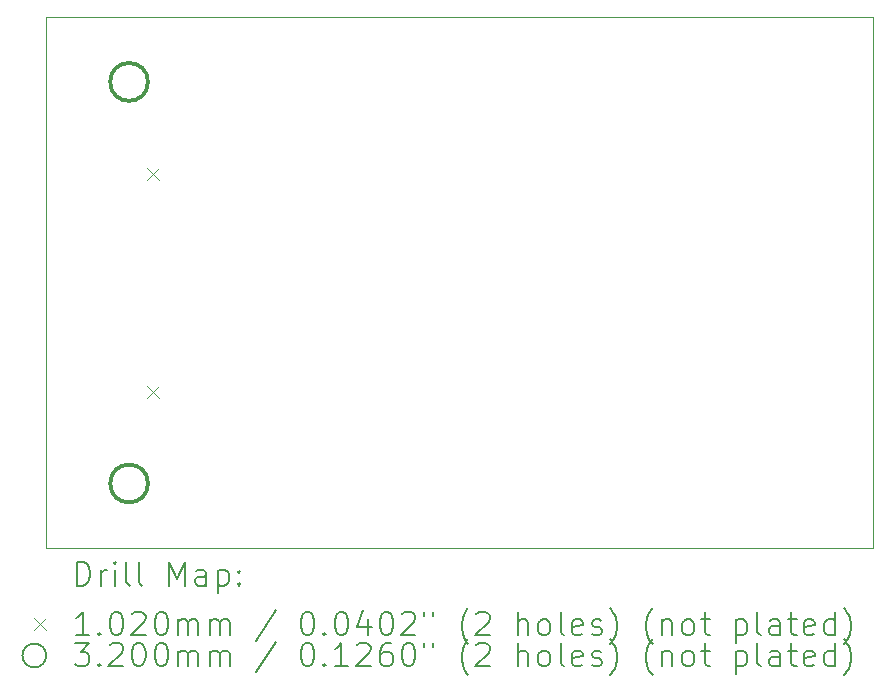
<source format=gbr>
%TF.GenerationSoftware,KiCad,Pcbnew,8.0.4*%
%TF.CreationDate,2025-07-14T14:53:05+02:00*%
%TF.ProjectId,syzygy_gpx2_2_1,73797a79-6779-45f6-9770-78325f325f31,rev?*%
%TF.SameCoordinates,Original*%
%TF.FileFunction,Drillmap*%
%TF.FilePolarity,Positive*%
%FSLAX45Y45*%
G04 Gerber Fmt 4.5, Leading zero omitted, Abs format (unit mm)*
G04 Created by KiCad (PCBNEW 8.0.4) date 2025-07-14 14:53:05*
%MOMM*%
%LPD*%
G01*
G04 APERTURE LIST*
%ADD10C,0.050000*%
%ADD11C,0.200000*%
%ADD12C,0.102000*%
%ADD13C,0.320000*%
G04 APERTURE END LIST*
D10*
X11438200Y-7699500D02*
X18438200Y-7699500D01*
X18438200Y-12199500D01*
X11438200Y-12199500D01*
X11438200Y-7699500D01*
D11*
D12*
X12291200Y-8974500D02*
X12393200Y-9076500D01*
X12393200Y-8974500D02*
X12291200Y-9076500D01*
X12291200Y-10822500D02*
X12393200Y-10924500D01*
X12393200Y-10822500D02*
X12291200Y-10924500D01*
D13*
X12298200Y-8249500D02*
G75*
G02*
X11978200Y-8249500I-160000J0D01*
G01*
X11978200Y-8249500D02*
G75*
G02*
X12298200Y-8249500I160000J0D01*
G01*
X12298200Y-11649500D02*
G75*
G02*
X11978200Y-11649500I-160000J0D01*
G01*
X11978200Y-11649500D02*
G75*
G02*
X12298200Y-11649500I160000J0D01*
G01*
D11*
X11696477Y-12513484D02*
X11696477Y-12313484D01*
X11696477Y-12313484D02*
X11744096Y-12313484D01*
X11744096Y-12313484D02*
X11772667Y-12323008D01*
X11772667Y-12323008D02*
X11791715Y-12342055D01*
X11791715Y-12342055D02*
X11801239Y-12361103D01*
X11801239Y-12361103D02*
X11810762Y-12399198D01*
X11810762Y-12399198D02*
X11810762Y-12427769D01*
X11810762Y-12427769D02*
X11801239Y-12465865D01*
X11801239Y-12465865D02*
X11791715Y-12484912D01*
X11791715Y-12484912D02*
X11772667Y-12503960D01*
X11772667Y-12503960D02*
X11744096Y-12513484D01*
X11744096Y-12513484D02*
X11696477Y-12513484D01*
X11896477Y-12513484D02*
X11896477Y-12380150D01*
X11896477Y-12418246D02*
X11906001Y-12399198D01*
X11906001Y-12399198D02*
X11915524Y-12389674D01*
X11915524Y-12389674D02*
X11934572Y-12380150D01*
X11934572Y-12380150D02*
X11953620Y-12380150D01*
X12020286Y-12513484D02*
X12020286Y-12380150D01*
X12020286Y-12313484D02*
X12010762Y-12323008D01*
X12010762Y-12323008D02*
X12020286Y-12332531D01*
X12020286Y-12332531D02*
X12029810Y-12323008D01*
X12029810Y-12323008D02*
X12020286Y-12313484D01*
X12020286Y-12313484D02*
X12020286Y-12332531D01*
X12144096Y-12513484D02*
X12125048Y-12503960D01*
X12125048Y-12503960D02*
X12115524Y-12484912D01*
X12115524Y-12484912D02*
X12115524Y-12313484D01*
X12248858Y-12513484D02*
X12229810Y-12503960D01*
X12229810Y-12503960D02*
X12220286Y-12484912D01*
X12220286Y-12484912D02*
X12220286Y-12313484D01*
X12477429Y-12513484D02*
X12477429Y-12313484D01*
X12477429Y-12313484D02*
X12544096Y-12456341D01*
X12544096Y-12456341D02*
X12610762Y-12313484D01*
X12610762Y-12313484D02*
X12610762Y-12513484D01*
X12791715Y-12513484D02*
X12791715Y-12408722D01*
X12791715Y-12408722D02*
X12782191Y-12389674D01*
X12782191Y-12389674D02*
X12763143Y-12380150D01*
X12763143Y-12380150D02*
X12725048Y-12380150D01*
X12725048Y-12380150D02*
X12706001Y-12389674D01*
X12791715Y-12503960D02*
X12772667Y-12513484D01*
X12772667Y-12513484D02*
X12725048Y-12513484D01*
X12725048Y-12513484D02*
X12706001Y-12503960D01*
X12706001Y-12503960D02*
X12696477Y-12484912D01*
X12696477Y-12484912D02*
X12696477Y-12465865D01*
X12696477Y-12465865D02*
X12706001Y-12446817D01*
X12706001Y-12446817D02*
X12725048Y-12437293D01*
X12725048Y-12437293D02*
X12772667Y-12437293D01*
X12772667Y-12437293D02*
X12791715Y-12427769D01*
X12886953Y-12380150D02*
X12886953Y-12580150D01*
X12886953Y-12389674D02*
X12906001Y-12380150D01*
X12906001Y-12380150D02*
X12944096Y-12380150D01*
X12944096Y-12380150D02*
X12963143Y-12389674D01*
X12963143Y-12389674D02*
X12972667Y-12399198D01*
X12972667Y-12399198D02*
X12982191Y-12418246D01*
X12982191Y-12418246D02*
X12982191Y-12475388D01*
X12982191Y-12475388D02*
X12972667Y-12494436D01*
X12972667Y-12494436D02*
X12963143Y-12503960D01*
X12963143Y-12503960D02*
X12944096Y-12513484D01*
X12944096Y-12513484D02*
X12906001Y-12513484D01*
X12906001Y-12513484D02*
X12886953Y-12503960D01*
X13067905Y-12494436D02*
X13077429Y-12503960D01*
X13077429Y-12503960D02*
X13067905Y-12513484D01*
X13067905Y-12513484D02*
X13058382Y-12503960D01*
X13058382Y-12503960D02*
X13067905Y-12494436D01*
X13067905Y-12494436D02*
X13067905Y-12513484D01*
X13067905Y-12389674D02*
X13077429Y-12399198D01*
X13077429Y-12399198D02*
X13067905Y-12408722D01*
X13067905Y-12408722D02*
X13058382Y-12399198D01*
X13058382Y-12399198D02*
X13067905Y-12389674D01*
X13067905Y-12389674D02*
X13067905Y-12408722D01*
D12*
X11333700Y-12791000D02*
X11435700Y-12893000D01*
X11435700Y-12791000D02*
X11333700Y-12893000D01*
D11*
X11801239Y-12933484D02*
X11686953Y-12933484D01*
X11744096Y-12933484D02*
X11744096Y-12733484D01*
X11744096Y-12733484D02*
X11725048Y-12762055D01*
X11725048Y-12762055D02*
X11706001Y-12781103D01*
X11706001Y-12781103D02*
X11686953Y-12790627D01*
X11886953Y-12914436D02*
X11896477Y-12923960D01*
X11896477Y-12923960D02*
X11886953Y-12933484D01*
X11886953Y-12933484D02*
X11877429Y-12923960D01*
X11877429Y-12923960D02*
X11886953Y-12914436D01*
X11886953Y-12914436D02*
X11886953Y-12933484D01*
X12020286Y-12733484D02*
X12039334Y-12733484D01*
X12039334Y-12733484D02*
X12058382Y-12743008D01*
X12058382Y-12743008D02*
X12067905Y-12752531D01*
X12067905Y-12752531D02*
X12077429Y-12771579D01*
X12077429Y-12771579D02*
X12086953Y-12809674D01*
X12086953Y-12809674D02*
X12086953Y-12857293D01*
X12086953Y-12857293D02*
X12077429Y-12895388D01*
X12077429Y-12895388D02*
X12067905Y-12914436D01*
X12067905Y-12914436D02*
X12058382Y-12923960D01*
X12058382Y-12923960D02*
X12039334Y-12933484D01*
X12039334Y-12933484D02*
X12020286Y-12933484D01*
X12020286Y-12933484D02*
X12001239Y-12923960D01*
X12001239Y-12923960D02*
X11991715Y-12914436D01*
X11991715Y-12914436D02*
X11982191Y-12895388D01*
X11982191Y-12895388D02*
X11972667Y-12857293D01*
X11972667Y-12857293D02*
X11972667Y-12809674D01*
X11972667Y-12809674D02*
X11982191Y-12771579D01*
X11982191Y-12771579D02*
X11991715Y-12752531D01*
X11991715Y-12752531D02*
X12001239Y-12743008D01*
X12001239Y-12743008D02*
X12020286Y-12733484D01*
X12163143Y-12752531D02*
X12172667Y-12743008D01*
X12172667Y-12743008D02*
X12191715Y-12733484D01*
X12191715Y-12733484D02*
X12239334Y-12733484D01*
X12239334Y-12733484D02*
X12258382Y-12743008D01*
X12258382Y-12743008D02*
X12267905Y-12752531D01*
X12267905Y-12752531D02*
X12277429Y-12771579D01*
X12277429Y-12771579D02*
X12277429Y-12790627D01*
X12277429Y-12790627D02*
X12267905Y-12819198D01*
X12267905Y-12819198D02*
X12153620Y-12933484D01*
X12153620Y-12933484D02*
X12277429Y-12933484D01*
X12401239Y-12733484D02*
X12420286Y-12733484D01*
X12420286Y-12733484D02*
X12439334Y-12743008D01*
X12439334Y-12743008D02*
X12448858Y-12752531D01*
X12448858Y-12752531D02*
X12458382Y-12771579D01*
X12458382Y-12771579D02*
X12467905Y-12809674D01*
X12467905Y-12809674D02*
X12467905Y-12857293D01*
X12467905Y-12857293D02*
X12458382Y-12895388D01*
X12458382Y-12895388D02*
X12448858Y-12914436D01*
X12448858Y-12914436D02*
X12439334Y-12923960D01*
X12439334Y-12923960D02*
X12420286Y-12933484D01*
X12420286Y-12933484D02*
X12401239Y-12933484D01*
X12401239Y-12933484D02*
X12382191Y-12923960D01*
X12382191Y-12923960D02*
X12372667Y-12914436D01*
X12372667Y-12914436D02*
X12363143Y-12895388D01*
X12363143Y-12895388D02*
X12353620Y-12857293D01*
X12353620Y-12857293D02*
X12353620Y-12809674D01*
X12353620Y-12809674D02*
X12363143Y-12771579D01*
X12363143Y-12771579D02*
X12372667Y-12752531D01*
X12372667Y-12752531D02*
X12382191Y-12743008D01*
X12382191Y-12743008D02*
X12401239Y-12733484D01*
X12553620Y-12933484D02*
X12553620Y-12800150D01*
X12553620Y-12819198D02*
X12563143Y-12809674D01*
X12563143Y-12809674D02*
X12582191Y-12800150D01*
X12582191Y-12800150D02*
X12610763Y-12800150D01*
X12610763Y-12800150D02*
X12629810Y-12809674D01*
X12629810Y-12809674D02*
X12639334Y-12828722D01*
X12639334Y-12828722D02*
X12639334Y-12933484D01*
X12639334Y-12828722D02*
X12648858Y-12809674D01*
X12648858Y-12809674D02*
X12667905Y-12800150D01*
X12667905Y-12800150D02*
X12696477Y-12800150D01*
X12696477Y-12800150D02*
X12715524Y-12809674D01*
X12715524Y-12809674D02*
X12725048Y-12828722D01*
X12725048Y-12828722D02*
X12725048Y-12933484D01*
X12820286Y-12933484D02*
X12820286Y-12800150D01*
X12820286Y-12819198D02*
X12829810Y-12809674D01*
X12829810Y-12809674D02*
X12848858Y-12800150D01*
X12848858Y-12800150D02*
X12877429Y-12800150D01*
X12877429Y-12800150D02*
X12896477Y-12809674D01*
X12896477Y-12809674D02*
X12906001Y-12828722D01*
X12906001Y-12828722D02*
X12906001Y-12933484D01*
X12906001Y-12828722D02*
X12915524Y-12809674D01*
X12915524Y-12809674D02*
X12934572Y-12800150D01*
X12934572Y-12800150D02*
X12963143Y-12800150D01*
X12963143Y-12800150D02*
X12982191Y-12809674D01*
X12982191Y-12809674D02*
X12991715Y-12828722D01*
X12991715Y-12828722D02*
X12991715Y-12933484D01*
X13382191Y-12723960D02*
X13210763Y-12981103D01*
X13639334Y-12733484D02*
X13658382Y-12733484D01*
X13658382Y-12733484D02*
X13677429Y-12743008D01*
X13677429Y-12743008D02*
X13686953Y-12752531D01*
X13686953Y-12752531D02*
X13696477Y-12771579D01*
X13696477Y-12771579D02*
X13706001Y-12809674D01*
X13706001Y-12809674D02*
X13706001Y-12857293D01*
X13706001Y-12857293D02*
X13696477Y-12895388D01*
X13696477Y-12895388D02*
X13686953Y-12914436D01*
X13686953Y-12914436D02*
X13677429Y-12923960D01*
X13677429Y-12923960D02*
X13658382Y-12933484D01*
X13658382Y-12933484D02*
X13639334Y-12933484D01*
X13639334Y-12933484D02*
X13620286Y-12923960D01*
X13620286Y-12923960D02*
X13610763Y-12914436D01*
X13610763Y-12914436D02*
X13601239Y-12895388D01*
X13601239Y-12895388D02*
X13591715Y-12857293D01*
X13591715Y-12857293D02*
X13591715Y-12809674D01*
X13591715Y-12809674D02*
X13601239Y-12771579D01*
X13601239Y-12771579D02*
X13610763Y-12752531D01*
X13610763Y-12752531D02*
X13620286Y-12743008D01*
X13620286Y-12743008D02*
X13639334Y-12733484D01*
X13791715Y-12914436D02*
X13801239Y-12923960D01*
X13801239Y-12923960D02*
X13791715Y-12933484D01*
X13791715Y-12933484D02*
X13782191Y-12923960D01*
X13782191Y-12923960D02*
X13791715Y-12914436D01*
X13791715Y-12914436D02*
X13791715Y-12933484D01*
X13925048Y-12733484D02*
X13944096Y-12733484D01*
X13944096Y-12733484D02*
X13963144Y-12743008D01*
X13963144Y-12743008D02*
X13972667Y-12752531D01*
X13972667Y-12752531D02*
X13982191Y-12771579D01*
X13982191Y-12771579D02*
X13991715Y-12809674D01*
X13991715Y-12809674D02*
X13991715Y-12857293D01*
X13991715Y-12857293D02*
X13982191Y-12895388D01*
X13982191Y-12895388D02*
X13972667Y-12914436D01*
X13972667Y-12914436D02*
X13963144Y-12923960D01*
X13963144Y-12923960D02*
X13944096Y-12933484D01*
X13944096Y-12933484D02*
X13925048Y-12933484D01*
X13925048Y-12933484D02*
X13906001Y-12923960D01*
X13906001Y-12923960D02*
X13896477Y-12914436D01*
X13896477Y-12914436D02*
X13886953Y-12895388D01*
X13886953Y-12895388D02*
X13877429Y-12857293D01*
X13877429Y-12857293D02*
X13877429Y-12809674D01*
X13877429Y-12809674D02*
X13886953Y-12771579D01*
X13886953Y-12771579D02*
X13896477Y-12752531D01*
X13896477Y-12752531D02*
X13906001Y-12743008D01*
X13906001Y-12743008D02*
X13925048Y-12733484D01*
X14163144Y-12800150D02*
X14163144Y-12933484D01*
X14115525Y-12723960D02*
X14067906Y-12866817D01*
X14067906Y-12866817D02*
X14191715Y-12866817D01*
X14306001Y-12733484D02*
X14325048Y-12733484D01*
X14325048Y-12733484D02*
X14344096Y-12743008D01*
X14344096Y-12743008D02*
X14353620Y-12752531D01*
X14353620Y-12752531D02*
X14363144Y-12771579D01*
X14363144Y-12771579D02*
X14372667Y-12809674D01*
X14372667Y-12809674D02*
X14372667Y-12857293D01*
X14372667Y-12857293D02*
X14363144Y-12895388D01*
X14363144Y-12895388D02*
X14353620Y-12914436D01*
X14353620Y-12914436D02*
X14344096Y-12923960D01*
X14344096Y-12923960D02*
X14325048Y-12933484D01*
X14325048Y-12933484D02*
X14306001Y-12933484D01*
X14306001Y-12933484D02*
X14286953Y-12923960D01*
X14286953Y-12923960D02*
X14277429Y-12914436D01*
X14277429Y-12914436D02*
X14267906Y-12895388D01*
X14267906Y-12895388D02*
X14258382Y-12857293D01*
X14258382Y-12857293D02*
X14258382Y-12809674D01*
X14258382Y-12809674D02*
X14267906Y-12771579D01*
X14267906Y-12771579D02*
X14277429Y-12752531D01*
X14277429Y-12752531D02*
X14286953Y-12743008D01*
X14286953Y-12743008D02*
X14306001Y-12733484D01*
X14448858Y-12752531D02*
X14458382Y-12743008D01*
X14458382Y-12743008D02*
X14477429Y-12733484D01*
X14477429Y-12733484D02*
X14525048Y-12733484D01*
X14525048Y-12733484D02*
X14544096Y-12743008D01*
X14544096Y-12743008D02*
X14553620Y-12752531D01*
X14553620Y-12752531D02*
X14563144Y-12771579D01*
X14563144Y-12771579D02*
X14563144Y-12790627D01*
X14563144Y-12790627D02*
X14553620Y-12819198D01*
X14553620Y-12819198D02*
X14439334Y-12933484D01*
X14439334Y-12933484D02*
X14563144Y-12933484D01*
X14639334Y-12733484D02*
X14639334Y-12771579D01*
X14715525Y-12733484D02*
X14715525Y-12771579D01*
X15010763Y-13009674D02*
X15001239Y-13000150D01*
X15001239Y-13000150D02*
X14982191Y-12971579D01*
X14982191Y-12971579D02*
X14972668Y-12952531D01*
X14972668Y-12952531D02*
X14963144Y-12923960D01*
X14963144Y-12923960D02*
X14953620Y-12876341D01*
X14953620Y-12876341D02*
X14953620Y-12838246D01*
X14953620Y-12838246D02*
X14963144Y-12790627D01*
X14963144Y-12790627D02*
X14972668Y-12762055D01*
X14972668Y-12762055D02*
X14982191Y-12743008D01*
X14982191Y-12743008D02*
X15001239Y-12714436D01*
X15001239Y-12714436D02*
X15010763Y-12704912D01*
X15077429Y-12752531D02*
X15086953Y-12743008D01*
X15086953Y-12743008D02*
X15106001Y-12733484D01*
X15106001Y-12733484D02*
X15153620Y-12733484D01*
X15153620Y-12733484D02*
X15172668Y-12743008D01*
X15172668Y-12743008D02*
X15182191Y-12752531D01*
X15182191Y-12752531D02*
X15191715Y-12771579D01*
X15191715Y-12771579D02*
X15191715Y-12790627D01*
X15191715Y-12790627D02*
X15182191Y-12819198D01*
X15182191Y-12819198D02*
X15067906Y-12933484D01*
X15067906Y-12933484D02*
X15191715Y-12933484D01*
X15429810Y-12933484D02*
X15429810Y-12733484D01*
X15515525Y-12933484D02*
X15515525Y-12828722D01*
X15515525Y-12828722D02*
X15506001Y-12809674D01*
X15506001Y-12809674D02*
X15486953Y-12800150D01*
X15486953Y-12800150D02*
X15458382Y-12800150D01*
X15458382Y-12800150D02*
X15439334Y-12809674D01*
X15439334Y-12809674D02*
X15429810Y-12819198D01*
X15639334Y-12933484D02*
X15620287Y-12923960D01*
X15620287Y-12923960D02*
X15610763Y-12914436D01*
X15610763Y-12914436D02*
X15601239Y-12895388D01*
X15601239Y-12895388D02*
X15601239Y-12838246D01*
X15601239Y-12838246D02*
X15610763Y-12819198D01*
X15610763Y-12819198D02*
X15620287Y-12809674D01*
X15620287Y-12809674D02*
X15639334Y-12800150D01*
X15639334Y-12800150D02*
X15667906Y-12800150D01*
X15667906Y-12800150D02*
X15686953Y-12809674D01*
X15686953Y-12809674D02*
X15696477Y-12819198D01*
X15696477Y-12819198D02*
X15706001Y-12838246D01*
X15706001Y-12838246D02*
X15706001Y-12895388D01*
X15706001Y-12895388D02*
X15696477Y-12914436D01*
X15696477Y-12914436D02*
X15686953Y-12923960D01*
X15686953Y-12923960D02*
X15667906Y-12933484D01*
X15667906Y-12933484D02*
X15639334Y-12933484D01*
X15820287Y-12933484D02*
X15801239Y-12923960D01*
X15801239Y-12923960D02*
X15791715Y-12904912D01*
X15791715Y-12904912D02*
X15791715Y-12733484D01*
X15972668Y-12923960D02*
X15953620Y-12933484D01*
X15953620Y-12933484D02*
X15915525Y-12933484D01*
X15915525Y-12933484D02*
X15896477Y-12923960D01*
X15896477Y-12923960D02*
X15886953Y-12904912D01*
X15886953Y-12904912D02*
X15886953Y-12828722D01*
X15886953Y-12828722D02*
X15896477Y-12809674D01*
X15896477Y-12809674D02*
X15915525Y-12800150D01*
X15915525Y-12800150D02*
X15953620Y-12800150D01*
X15953620Y-12800150D02*
X15972668Y-12809674D01*
X15972668Y-12809674D02*
X15982191Y-12828722D01*
X15982191Y-12828722D02*
X15982191Y-12847769D01*
X15982191Y-12847769D02*
X15886953Y-12866817D01*
X16058382Y-12923960D02*
X16077430Y-12933484D01*
X16077430Y-12933484D02*
X16115525Y-12933484D01*
X16115525Y-12933484D02*
X16134572Y-12923960D01*
X16134572Y-12923960D02*
X16144096Y-12904912D01*
X16144096Y-12904912D02*
X16144096Y-12895388D01*
X16144096Y-12895388D02*
X16134572Y-12876341D01*
X16134572Y-12876341D02*
X16115525Y-12866817D01*
X16115525Y-12866817D02*
X16086953Y-12866817D01*
X16086953Y-12866817D02*
X16067906Y-12857293D01*
X16067906Y-12857293D02*
X16058382Y-12838246D01*
X16058382Y-12838246D02*
X16058382Y-12828722D01*
X16058382Y-12828722D02*
X16067906Y-12809674D01*
X16067906Y-12809674D02*
X16086953Y-12800150D01*
X16086953Y-12800150D02*
X16115525Y-12800150D01*
X16115525Y-12800150D02*
X16134572Y-12809674D01*
X16210763Y-13009674D02*
X16220287Y-13000150D01*
X16220287Y-13000150D02*
X16239334Y-12971579D01*
X16239334Y-12971579D02*
X16248858Y-12952531D01*
X16248858Y-12952531D02*
X16258382Y-12923960D01*
X16258382Y-12923960D02*
X16267906Y-12876341D01*
X16267906Y-12876341D02*
X16267906Y-12838246D01*
X16267906Y-12838246D02*
X16258382Y-12790627D01*
X16258382Y-12790627D02*
X16248858Y-12762055D01*
X16248858Y-12762055D02*
X16239334Y-12743008D01*
X16239334Y-12743008D02*
X16220287Y-12714436D01*
X16220287Y-12714436D02*
X16210763Y-12704912D01*
X16572668Y-13009674D02*
X16563144Y-13000150D01*
X16563144Y-13000150D02*
X16544096Y-12971579D01*
X16544096Y-12971579D02*
X16534572Y-12952531D01*
X16534572Y-12952531D02*
X16525049Y-12923960D01*
X16525049Y-12923960D02*
X16515525Y-12876341D01*
X16515525Y-12876341D02*
X16515525Y-12838246D01*
X16515525Y-12838246D02*
X16525049Y-12790627D01*
X16525049Y-12790627D02*
X16534572Y-12762055D01*
X16534572Y-12762055D02*
X16544096Y-12743008D01*
X16544096Y-12743008D02*
X16563144Y-12714436D01*
X16563144Y-12714436D02*
X16572668Y-12704912D01*
X16648858Y-12800150D02*
X16648858Y-12933484D01*
X16648858Y-12819198D02*
X16658382Y-12809674D01*
X16658382Y-12809674D02*
X16677430Y-12800150D01*
X16677430Y-12800150D02*
X16706001Y-12800150D01*
X16706001Y-12800150D02*
X16725049Y-12809674D01*
X16725049Y-12809674D02*
X16734572Y-12828722D01*
X16734572Y-12828722D02*
X16734572Y-12933484D01*
X16858382Y-12933484D02*
X16839334Y-12923960D01*
X16839334Y-12923960D02*
X16829811Y-12914436D01*
X16829811Y-12914436D02*
X16820287Y-12895388D01*
X16820287Y-12895388D02*
X16820287Y-12838246D01*
X16820287Y-12838246D02*
X16829811Y-12819198D01*
X16829811Y-12819198D02*
X16839334Y-12809674D01*
X16839334Y-12809674D02*
X16858382Y-12800150D01*
X16858382Y-12800150D02*
X16886954Y-12800150D01*
X16886954Y-12800150D02*
X16906001Y-12809674D01*
X16906001Y-12809674D02*
X16915525Y-12819198D01*
X16915525Y-12819198D02*
X16925049Y-12838246D01*
X16925049Y-12838246D02*
X16925049Y-12895388D01*
X16925049Y-12895388D02*
X16915525Y-12914436D01*
X16915525Y-12914436D02*
X16906001Y-12923960D01*
X16906001Y-12923960D02*
X16886954Y-12933484D01*
X16886954Y-12933484D02*
X16858382Y-12933484D01*
X16982192Y-12800150D02*
X17058382Y-12800150D01*
X17010763Y-12733484D02*
X17010763Y-12904912D01*
X17010763Y-12904912D02*
X17020287Y-12923960D01*
X17020287Y-12923960D02*
X17039334Y-12933484D01*
X17039334Y-12933484D02*
X17058382Y-12933484D01*
X17277430Y-12800150D02*
X17277430Y-13000150D01*
X17277430Y-12809674D02*
X17296477Y-12800150D01*
X17296477Y-12800150D02*
X17334573Y-12800150D01*
X17334573Y-12800150D02*
X17353620Y-12809674D01*
X17353620Y-12809674D02*
X17363144Y-12819198D01*
X17363144Y-12819198D02*
X17372668Y-12838246D01*
X17372668Y-12838246D02*
X17372668Y-12895388D01*
X17372668Y-12895388D02*
X17363144Y-12914436D01*
X17363144Y-12914436D02*
X17353620Y-12923960D01*
X17353620Y-12923960D02*
X17334573Y-12933484D01*
X17334573Y-12933484D02*
X17296477Y-12933484D01*
X17296477Y-12933484D02*
X17277430Y-12923960D01*
X17486954Y-12933484D02*
X17467906Y-12923960D01*
X17467906Y-12923960D02*
X17458382Y-12904912D01*
X17458382Y-12904912D02*
X17458382Y-12733484D01*
X17648858Y-12933484D02*
X17648858Y-12828722D01*
X17648858Y-12828722D02*
X17639335Y-12809674D01*
X17639335Y-12809674D02*
X17620287Y-12800150D01*
X17620287Y-12800150D02*
X17582192Y-12800150D01*
X17582192Y-12800150D02*
X17563144Y-12809674D01*
X17648858Y-12923960D02*
X17629811Y-12933484D01*
X17629811Y-12933484D02*
X17582192Y-12933484D01*
X17582192Y-12933484D02*
X17563144Y-12923960D01*
X17563144Y-12923960D02*
X17553620Y-12904912D01*
X17553620Y-12904912D02*
X17553620Y-12885865D01*
X17553620Y-12885865D02*
X17563144Y-12866817D01*
X17563144Y-12866817D02*
X17582192Y-12857293D01*
X17582192Y-12857293D02*
X17629811Y-12857293D01*
X17629811Y-12857293D02*
X17648858Y-12847769D01*
X17715525Y-12800150D02*
X17791715Y-12800150D01*
X17744096Y-12733484D02*
X17744096Y-12904912D01*
X17744096Y-12904912D02*
X17753620Y-12923960D01*
X17753620Y-12923960D02*
X17772668Y-12933484D01*
X17772668Y-12933484D02*
X17791715Y-12933484D01*
X17934573Y-12923960D02*
X17915525Y-12933484D01*
X17915525Y-12933484D02*
X17877430Y-12933484D01*
X17877430Y-12933484D02*
X17858382Y-12923960D01*
X17858382Y-12923960D02*
X17848858Y-12904912D01*
X17848858Y-12904912D02*
X17848858Y-12828722D01*
X17848858Y-12828722D02*
X17858382Y-12809674D01*
X17858382Y-12809674D02*
X17877430Y-12800150D01*
X17877430Y-12800150D02*
X17915525Y-12800150D01*
X17915525Y-12800150D02*
X17934573Y-12809674D01*
X17934573Y-12809674D02*
X17944096Y-12828722D01*
X17944096Y-12828722D02*
X17944096Y-12847769D01*
X17944096Y-12847769D02*
X17848858Y-12866817D01*
X18115525Y-12933484D02*
X18115525Y-12733484D01*
X18115525Y-12923960D02*
X18096477Y-12933484D01*
X18096477Y-12933484D02*
X18058382Y-12933484D01*
X18058382Y-12933484D02*
X18039335Y-12923960D01*
X18039335Y-12923960D02*
X18029811Y-12914436D01*
X18029811Y-12914436D02*
X18020287Y-12895388D01*
X18020287Y-12895388D02*
X18020287Y-12838246D01*
X18020287Y-12838246D02*
X18029811Y-12819198D01*
X18029811Y-12819198D02*
X18039335Y-12809674D01*
X18039335Y-12809674D02*
X18058382Y-12800150D01*
X18058382Y-12800150D02*
X18096477Y-12800150D01*
X18096477Y-12800150D02*
X18115525Y-12809674D01*
X18191716Y-13009674D02*
X18201239Y-13000150D01*
X18201239Y-13000150D02*
X18220287Y-12971579D01*
X18220287Y-12971579D02*
X18229811Y-12952531D01*
X18229811Y-12952531D02*
X18239335Y-12923960D01*
X18239335Y-12923960D02*
X18248858Y-12876341D01*
X18248858Y-12876341D02*
X18248858Y-12838246D01*
X18248858Y-12838246D02*
X18239335Y-12790627D01*
X18239335Y-12790627D02*
X18229811Y-12762055D01*
X18229811Y-12762055D02*
X18220287Y-12743008D01*
X18220287Y-12743008D02*
X18201239Y-12714436D01*
X18201239Y-12714436D02*
X18191716Y-12704912D01*
X11435700Y-13106000D02*
G75*
G02*
X11235700Y-13106000I-100000J0D01*
G01*
X11235700Y-13106000D02*
G75*
G02*
X11435700Y-13106000I100000J0D01*
G01*
X11677429Y-12997484D02*
X11801239Y-12997484D01*
X11801239Y-12997484D02*
X11734572Y-13073674D01*
X11734572Y-13073674D02*
X11763143Y-13073674D01*
X11763143Y-13073674D02*
X11782191Y-13083198D01*
X11782191Y-13083198D02*
X11791715Y-13092722D01*
X11791715Y-13092722D02*
X11801239Y-13111769D01*
X11801239Y-13111769D02*
X11801239Y-13159388D01*
X11801239Y-13159388D02*
X11791715Y-13178436D01*
X11791715Y-13178436D02*
X11782191Y-13187960D01*
X11782191Y-13187960D02*
X11763143Y-13197484D01*
X11763143Y-13197484D02*
X11706001Y-13197484D01*
X11706001Y-13197484D02*
X11686953Y-13187960D01*
X11686953Y-13187960D02*
X11677429Y-13178436D01*
X11886953Y-13178436D02*
X11896477Y-13187960D01*
X11896477Y-13187960D02*
X11886953Y-13197484D01*
X11886953Y-13197484D02*
X11877429Y-13187960D01*
X11877429Y-13187960D02*
X11886953Y-13178436D01*
X11886953Y-13178436D02*
X11886953Y-13197484D01*
X11972667Y-13016531D02*
X11982191Y-13007008D01*
X11982191Y-13007008D02*
X12001239Y-12997484D01*
X12001239Y-12997484D02*
X12048858Y-12997484D01*
X12048858Y-12997484D02*
X12067905Y-13007008D01*
X12067905Y-13007008D02*
X12077429Y-13016531D01*
X12077429Y-13016531D02*
X12086953Y-13035579D01*
X12086953Y-13035579D02*
X12086953Y-13054627D01*
X12086953Y-13054627D02*
X12077429Y-13083198D01*
X12077429Y-13083198D02*
X11963143Y-13197484D01*
X11963143Y-13197484D02*
X12086953Y-13197484D01*
X12210762Y-12997484D02*
X12229810Y-12997484D01*
X12229810Y-12997484D02*
X12248858Y-13007008D01*
X12248858Y-13007008D02*
X12258382Y-13016531D01*
X12258382Y-13016531D02*
X12267905Y-13035579D01*
X12267905Y-13035579D02*
X12277429Y-13073674D01*
X12277429Y-13073674D02*
X12277429Y-13121293D01*
X12277429Y-13121293D02*
X12267905Y-13159388D01*
X12267905Y-13159388D02*
X12258382Y-13178436D01*
X12258382Y-13178436D02*
X12248858Y-13187960D01*
X12248858Y-13187960D02*
X12229810Y-13197484D01*
X12229810Y-13197484D02*
X12210762Y-13197484D01*
X12210762Y-13197484D02*
X12191715Y-13187960D01*
X12191715Y-13187960D02*
X12182191Y-13178436D01*
X12182191Y-13178436D02*
X12172667Y-13159388D01*
X12172667Y-13159388D02*
X12163143Y-13121293D01*
X12163143Y-13121293D02*
X12163143Y-13073674D01*
X12163143Y-13073674D02*
X12172667Y-13035579D01*
X12172667Y-13035579D02*
X12182191Y-13016531D01*
X12182191Y-13016531D02*
X12191715Y-13007008D01*
X12191715Y-13007008D02*
X12210762Y-12997484D01*
X12401239Y-12997484D02*
X12420286Y-12997484D01*
X12420286Y-12997484D02*
X12439334Y-13007008D01*
X12439334Y-13007008D02*
X12448858Y-13016531D01*
X12448858Y-13016531D02*
X12458382Y-13035579D01*
X12458382Y-13035579D02*
X12467905Y-13073674D01*
X12467905Y-13073674D02*
X12467905Y-13121293D01*
X12467905Y-13121293D02*
X12458382Y-13159388D01*
X12458382Y-13159388D02*
X12448858Y-13178436D01*
X12448858Y-13178436D02*
X12439334Y-13187960D01*
X12439334Y-13187960D02*
X12420286Y-13197484D01*
X12420286Y-13197484D02*
X12401239Y-13197484D01*
X12401239Y-13197484D02*
X12382191Y-13187960D01*
X12382191Y-13187960D02*
X12372667Y-13178436D01*
X12372667Y-13178436D02*
X12363143Y-13159388D01*
X12363143Y-13159388D02*
X12353620Y-13121293D01*
X12353620Y-13121293D02*
X12353620Y-13073674D01*
X12353620Y-13073674D02*
X12363143Y-13035579D01*
X12363143Y-13035579D02*
X12372667Y-13016531D01*
X12372667Y-13016531D02*
X12382191Y-13007008D01*
X12382191Y-13007008D02*
X12401239Y-12997484D01*
X12553620Y-13197484D02*
X12553620Y-13064150D01*
X12553620Y-13083198D02*
X12563143Y-13073674D01*
X12563143Y-13073674D02*
X12582191Y-13064150D01*
X12582191Y-13064150D02*
X12610763Y-13064150D01*
X12610763Y-13064150D02*
X12629810Y-13073674D01*
X12629810Y-13073674D02*
X12639334Y-13092722D01*
X12639334Y-13092722D02*
X12639334Y-13197484D01*
X12639334Y-13092722D02*
X12648858Y-13073674D01*
X12648858Y-13073674D02*
X12667905Y-13064150D01*
X12667905Y-13064150D02*
X12696477Y-13064150D01*
X12696477Y-13064150D02*
X12715524Y-13073674D01*
X12715524Y-13073674D02*
X12725048Y-13092722D01*
X12725048Y-13092722D02*
X12725048Y-13197484D01*
X12820286Y-13197484D02*
X12820286Y-13064150D01*
X12820286Y-13083198D02*
X12829810Y-13073674D01*
X12829810Y-13073674D02*
X12848858Y-13064150D01*
X12848858Y-13064150D02*
X12877429Y-13064150D01*
X12877429Y-13064150D02*
X12896477Y-13073674D01*
X12896477Y-13073674D02*
X12906001Y-13092722D01*
X12906001Y-13092722D02*
X12906001Y-13197484D01*
X12906001Y-13092722D02*
X12915524Y-13073674D01*
X12915524Y-13073674D02*
X12934572Y-13064150D01*
X12934572Y-13064150D02*
X12963143Y-13064150D01*
X12963143Y-13064150D02*
X12982191Y-13073674D01*
X12982191Y-13073674D02*
X12991715Y-13092722D01*
X12991715Y-13092722D02*
X12991715Y-13197484D01*
X13382191Y-12987960D02*
X13210763Y-13245103D01*
X13639334Y-12997484D02*
X13658382Y-12997484D01*
X13658382Y-12997484D02*
X13677429Y-13007008D01*
X13677429Y-13007008D02*
X13686953Y-13016531D01*
X13686953Y-13016531D02*
X13696477Y-13035579D01*
X13696477Y-13035579D02*
X13706001Y-13073674D01*
X13706001Y-13073674D02*
X13706001Y-13121293D01*
X13706001Y-13121293D02*
X13696477Y-13159388D01*
X13696477Y-13159388D02*
X13686953Y-13178436D01*
X13686953Y-13178436D02*
X13677429Y-13187960D01*
X13677429Y-13187960D02*
X13658382Y-13197484D01*
X13658382Y-13197484D02*
X13639334Y-13197484D01*
X13639334Y-13197484D02*
X13620286Y-13187960D01*
X13620286Y-13187960D02*
X13610763Y-13178436D01*
X13610763Y-13178436D02*
X13601239Y-13159388D01*
X13601239Y-13159388D02*
X13591715Y-13121293D01*
X13591715Y-13121293D02*
X13591715Y-13073674D01*
X13591715Y-13073674D02*
X13601239Y-13035579D01*
X13601239Y-13035579D02*
X13610763Y-13016531D01*
X13610763Y-13016531D02*
X13620286Y-13007008D01*
X13620286Y-13007008D02*
X13639334Y-12997484D01*
X13791715Y-13178436D02*
X13801239Y-13187960D01*
X13801239Y-13187960D02*
X13791715Y-13197484D01*
X13791715Y-13197484D02*
X13782191Y-13187960D01*
X13782191Y-13187960D02*
X13791715Y-13178436D01*
X13791715Y-13178436D02*
X13791715Y-13197484D01*
X13991715Y-13197484D02*
X13877429Y-13197484D01*
X13934572Y-13197484D02*
X13934572Y-12997484D01*
X13934572Y-12997484D02*
X13915525Y-13026055D01*
X13915525Y-13026055D02*
X13896477Y-13045103D01*
X13896477Y-13045103D02*
X13877429Y-13054627D01*
X14067906Y-13016531D02*
X14077429Y-13007008D01*
X14077429Y-13007008D02*
X14096477Y-12997484D01*
X14096477Y-12997484D02*
X14144096Y-12997484D01*
X14144096Y-12997484D02*
X14163144Y-13007008D01*
X14163144Y-13007008D02*
X14172667Y-13016531D01*
X14172667Y-13016531D02*
X14182191Y-13035579D01*
X14182191Y-13035579D02*
X14182191Y-13054627D01*
X14182191Y-13054627D02*
X14172667Y-13083198D01*
X14172667Y-13083198D02*
X14058382Y-13197484D01*
X14058382Y-13197484D02*
X14182191Y-13197484D01*
X14353620Y-12997484D02*
X14315525Y-12997484D01*
X14315525Y-12997484D02*
X14296477Y-13007008D01*
X14296477Y-13007008D02*
X14286953Y-13016531D01*
X14286953Y-13016531D02*
X14267906Y-13045103D01*
X14267906Y-13045103D02*
X14258382Y-13083198D01*
X14258382Y-13083198D02*
X14258382Y-13159388D01*
X14258382Y-13159388D02*
X14267906Y-13178436D01*
X14267906Y-13178436D02*
X14277429Y-13187960D01*
X14277429Y-13187960D02*
X14296477Y-13197484D01*
X14296477Y-13197484D02*
X14334572Y-13197484D01*
X14334572Y-13197484D02*
X14353620Y-13187960D01*
X14353620Y-13187960D02*
X14363144Y-13178436D01*
X14363144Y-13178436D02*
X14372667Y-13159388D01*
X14372667Y-13159388D02*
X14372667Y-13111769D01*
X14372667Y-13111769D02*
X14363144Y-13092722D01*
X14363144Y-13092722D02*
X14353620Y-13083198D01*
X14353620Y-13083198D02*
X14334572Y-13073674D01*
X14334572Y-13073674D02*
X14296477Y-13073674D01*
X14296477Y-13073674D02*
X14277429Y-13083198D01*
X14277429Y-13083198D02*
X14267906Y-13092722D01*
X14267906Y-13092722D02*
X14258382Y-13111769D01*
X14496477Y-12997484D02*
X14515525Y-12997484D01*
X14515525Y-12997484D02*
X14534572Y-13007008D01*
X14534572Y-13007008D02*
X14544096Y-13016531D01*
X14544096Y-13016531D02*
X14553620Y-13035579D01*
X14553620Y-13035579D02*
X14563144Y-13073674D01*
X14563144Y-13073674D02*
X14563144Y-13121293D01*
X14563144Y-13121293D02*
X14553620Y-13159388D01*
X14553620Y-13159388D02*
X14544096Y-13178436D01*
X14544096Y-13178436D02*
X14534572Y-13187960D01*
X14534572Y-13187960D02*
X14515525Y-13197484D01*
X14515525Y-13197484D02*
X14496477Y-13197484D01*
X14496477Y-13197484D02*
X14477429Y-13187960D01*
X14477429Y-13187960D02*
X14467906Y-13178436D01*
X14467906Y-13178436D02*
X14458382Y-13159388D01*
X14458382Y-13159388D02*
X14448858Y-13121293D01*
X14448858Y-13121293D02*
X14448858Y-13073674D01*
X14448858Y-13073674D02*
X14458382Y-13035579D01*
X14458382Y-13035579D02*
X14467906Y-13016531D01*
X14467906Y-13016531D02*
X14477429Y-13007008D01*
X14477429Y-13007008D02*
X14496477Y-12997484D01*
X14639334Y-12997484D02*
X14639334Y-13035579D01*
X14715525Y-12997484D02*
X14715525Y-13035579D01*
X15010763Y-13273674D02*
X15001239Y-13264150D01*
X15001239Y-13264150D02*
X14982191Y-13235579D01*
X14982191Y-13235579D02*
X14972668Y-13216531D01*
X14972668Y-13216531D02*
X14963144Y-13187960D01*
X14963144Y-13187960D02*
X14953620Y-13140341D01*
X14953620Y-13140341D02*
X14953620Y-13102246D01*
X14953620Y-13102246D02*
X14963144Y-13054627D01*
X14963144Y-13054627D02*
X14972668Y-13026055D01*
X14972668Y-13026055D02*
X14982191Y-13007008D01*
X14982191Y-13007008D02*
X15001239Y-12978436D01*
X15001239Y-12978436D02*
X15010763Y-12968912D01*
X15077429Y-13016531D02*
X15086953Y-13007008D01*
X15086953Y-13007008D02*
X15106001Y-12997484D01*
X15106001Y-12997484D02*
X15153620Y-12997484D01*
X15153620Y-12997484D02*
X15172668Y-13007008D01*
X15172668Y-13007008D02*
X15182191Y-13016531D01*
X15182191Y-13016531D02*
X15191715Y-13035579D01*
X15191715Y-13035579D02*
X15191715Y-13054627D01*
X15191715Y-13054627D02*
X15182191Y-13083198D01*
X15182191Y-13083198D02*
X15067906Y-13197484D01*
X15067906Y-13197484D02*
X15191715Y-13197484D01*
X15429810Y-13197484D02*
X15429810Y-12997484D01*
X15515525Y-13197484D02*
X15515525Y-13092722D01*
X15515525Y-13092722D02*
X15506001Y-13073674D01*
X15506001Y-13073674D02*
X15486953Y-13064150D01*
X15486953Y-13064150D02*
X15458382Y-13064150D01*
X15458382Y-13064150D02*
X15439334Y-13073674D01*
X15439334Y-13073674D02*
X15429810Y-13083198D01*
X15639334Y-13197484D02*
X15620287Y-13187960D01*
X15620287Y-13187960D02*
X15610763Y-13178436D01*
X15610763Y-13178436D02*
X15601239Y-13159388D01*
X15601239Y-13159388D02*
X15601239Y-13102246D01*
X15601239Y-13102246D02*
X15610763Y-13083198D01*
X15610763Y-13083198D02*
X15620287Y-13073674D01*
X15620287Y-13073674D02*
X15639334Y-13064150D01*
X15639334Y-13064150D02*
X15667906Y-13064150D01*
X15667906Y-13064150D02*
X15686953Y-13073674D01*
X15686953Y-13073674D02*
X15696477Y-13083198D01*
X15696477Y-13083198D02*
X15706001Y-13102246D01*
X15706001Y-13102246D02*
X15706001Y-13159388D01*
X15706001Y-13159388D02*
X15696477Y-13178436D01*
X15696477Y-13178436D02*
X15686953Y-13187960D01*
X15686953Y-13187960D02*
X15667906Y-13197484D01*
X15667906Y-13197484D02*
X15639334Y-13197484D01*
X15820287Y-13197484D02*
X15801239Y-13187960D01*
X15801239Y-13187960D02*
X15791715Y-13168912D01*
X15791715Y-13168912D02*
X15791715Y-12997484D01*
X15972668Y-13187960D02*
X15953620Y-13197484D01*
X15953620Y-13197484D02*
X15915525Y-13197484D01*
X15915525Y-13197484D02*
X15896477Y-13187960D01*
X15896477Y-13187960D02*
X15886953Y-13168912D01*
X15886953Y-13168912D02*
X15886953Y-13092722D01*
X15886953Y-13092722D02*
X15896477Y-13073674D01*
X15896477Y-13073674D02*
X15915525Y-13064150D01*
X15915525Y-13064150D02*
X15953620Y-13064150D01*
X15953620Y-13064150D02*
X15972668Y-13073674D01*
X15972668Y-13073674D02*
X15982191Y-13092722D01*
X15982191Y-13092722D02*
X15982191Y-13111769D01*
X15982191Y-13111769D02*
X15886953Y-13130817D01*
X16058382Y-13187960D02*
X16077430Y-13197484D01*
X16077430Y-13197484D02*
X16115525Y-13197484D01*
X16115525Y-13197484D02*
X16134572Y-13187960D01*
X16134572Y-13187960D02*
X16144096Y-13168912D01*
X16144096Y-13168912D02*
X16144096Y-13159388D01*
X16144096Y-13159388D02*
X16134572Y-13140341D01*
X16134572Y-13140341D02*
X16115525Y-13130817D01*
X16115525Y-13130817D02*
X16086953Y-13130817D01*
X16086953Y-13130817D02*
X16067906Y-13121293D01*
X16067906Y-13121293D02*
X16058382Y-13102246D01*
X16058382Y-13102246D02*
X16058382Y-13092722D01*
X16058382Y-13092722D02*
X16067906Y-13073674D01*
X16067906Y-13073674D02*
X16086953Y-13064150D01*
X16086953Y-13064150D02*
X16115525Y-13064150D01*
X16115525Y-13064150D02*
X16134572Y-13073674D01*
X16210763Y-13273674D02*
X16220287Y-13264150D01*
X16220287Y-13264150D02*
X16239334Y-13235579D01*
X16239334Y-13235579D02*
X16248858Y-13216531D01*
X16248858Y-13216531D02*
X16258382Y-13187960D01*
X16258382Y-13187960D02*
X16267906Y-13140341D01*
X16267906Y-13140341D02*
X16267906Y-13102246D01*
X16267906Y-13102246D02*
X16258382Y-13054627D01*
X16258382Y-13054627D02*
X16248858Y-13026055D01*
X16248858Y-13026055D02*
X16239334Y-13007008D01*
X16239334Y-13007008D02*
X16220287Y-12978436D01*
X16220287Y-12978436D02*
X16210763Y-12968912D01*
X16572668Y-13273674D02*
X16563144Y-13264150D01*
X16563144Y-13264150D02*
X16544096Y-13235579D01*
X16544096Y-13235579D02*
X16534572Y-13216531D01*
X16534572Y-13216531D02*
X16525049Y-13187960D01*
X16525049Y-13187960D02*
X16515525Y-13140341D01*
X16515525Y-13140341D02*
X16515525Y-13102246D01*
X16515525Y-13102246D02*
X16525049Y-13054627D01*
X16525049Y-13054627D02*
X16534572Y-13026055D01*
X16534572Y-13026055D02*
X16544096Y-13007008D01*
X16544096Y-13007008D02*
X16563144Y-12978436D01*
X16563144Y-12978436D02*
X16572668Y-12968912D01*
X16648858Y-13064150D02*
X16648858Y-13197484D01*
X16648858Y-13083198D02*
X16658382Y-13073674D01*
X16658382Y-13073674D02*
X16677430Y-13064150D01*
X16677430Y-13064150D02*
X16706001Y-13064150D01*
X16706001Y-13064150D02*
X16725049Y-13073674D01*
X16725049Y-13073674D02*
X16734572Y-13092722D01*
X16734572Y-13092722D02*
X16734572Y-13197484D01*
X16858382Y-13197484D02*
X16839334Y-13187960D01*
X16839334Y-13187960D02*
X16829811Y-13178436D01*
X16829811Y-13178436D02*
X16820287Y-13159388D01*
X16820287Y-13159388D02*
X16820287Y-13102246D01*
X16820287Y-13102246D02*
X16829811Y-13083198D01*
X16829811Y-13083198D02*
X16839334Y-13073674D01*
X16839334Y-13073674D02*
X16858382Y-13064150D01*
X16858382Y-13064150D02*
X16886954Y-13064150D01*
X16886954Y-13064150D02*
X16906001Y-13073674D01*
X16906001Y-13073674D02*
X16915525Y-13083198D01*
X16915525Y-13083198D02*
X16925049Y-13102246D01*
X16925049Y-13102246D02*
X16925049Y-13159388D01*
X16925049Y-13159388D02*
X16915525Y-13178436D01*
X16915525Y-13178436D02*
X16906001Y-13187960D01*
X16906001Y-13187960D02*
X16886954Y-13197484D01*
X16886954Y-13197484D02*
X16858382Y-13197484D01*
X16982192Y-13064150D02*
X17058382Y-13064150D01*
X17010763Y-12997484D02*
X17010763Y-13168912D01*
X17010763Y-13168912D02*
X17020287Y-13187960D01*
X17020287Y-13187960D02*
X17039334Y-13197484D01*
X17039334Y-13197484D02*
X17058382Y-13197484D01*
X17277430Y-13064150D02*
X17277430Y-13264150D01*
X17277430Y-13073674D02*
X17296477Y-13064150D01*
X17296477Y-13064150D02*
X17334573Y-13064150D01*
X17334573Y-13064150D02*
X17353620Y-13073674D01*
X17353620Y-13073674D02*
X17363144Y-13083198D01*
X17363144Y-13083198D02*
X17372668Y-13102246D01*
X17372668Y-13102246D02*
X17372668Y-13159388D01*
X17372668Y-13159388D02*
X17363144Y-13178436D01*
X17363144Y-13178436D02*
X17353620Y-13187960D01*
X17353620Y-13187960D02*
X17334573Y-13197484D01*
X17334573Y-13197484D02*
X17296477Y-13197484D01*
X17296477Y-13197484D02*
X17277430Y-13187960D01*
X17486954Y-13197484D02*
X17467906Y-13187960D01*
X17467906Y-13187960D02*
X17458382Y-13168912D01*
X17458382Y-13168912D02*
X17458382Y-12997484D01*
X17648858Y-13197484D02*
X17648858Y-13092722D01*
X17648858Y-13092722D02*
X17639335Y-13073674D01*
X17639335Y-13073674D02*
X17620287Y-13064150D01*
X17620287Y-13064150D02*
X17582192Y-13064150D01*
X17582192Y-13064150D02*
X17563144Y-13073674D01*
X17648858Y-13187960D02*
X17629811Y-13197484D01*
X17629811Y-13197484D02*
X17582192Y-13197484D01*
X17582192Y-13197484D02*
X17563144Y-13187960D01*
X17563144Y-13187960D02*
X17553620Y-13168912D01*
X17553620Y-13168912D02*
X17553620Y-13149865D01*
X17553620Y-13149865D02*
X17563144Y-13130817D01*
X17563144Y-13130817D02*
X17582192Y-13121293D01*
X17582192Y-13121293D02*
X17629811Y-13121293D01*
X17629811Y-13121293D02*
X17648858Y-13111769D01*
X17715525Y-13064150D02*
X17791715Y-13064150D01*
X17744096Y-12997484D02*
X17744096Y-13168912D01*
X17744096Y-13168912D02*
X17753620Y-13187960D01*
X17753620Y-13187960D02*
X17772668Y-13197484D01*
X17772668Y-13197484D02*
X17791715Y-13197484D01*
X17934573Y-13187960D02*
X17915525Y-13197484D01*
X17915525Y-13197484D02*
X17877430Y-13197484D01*
X17877430Y-13197484D02*
X17858382Y-13187960D01*
X17858382Y-13187960D02*
X17848858Y-13168912D01*
X17848858Y-13168912D02*
X17848858Y-13092722D01*
X17848858Y-13092722D02*
X17858382Y-13073674D01*
X17858382Y-13073674D02*
X17877430Y-13064150D01*
X17877430Y-13064150D02*
X17915525Y-13064150D01*
X17915525Y-13064150D02*
X17934573Y-13073674D01*
X17934573Y-13073674D02*
X17944096Y-13092722D01*
X17944096Y-13092722D02*
X17944096Y-13111769D01*
X17944096Y-13111769D02*
X17848858Y-13130817D01*
X18115525Y-13197484D02*
X18115525Y-12997484D01*
X18115525Y-13187960D02*
X18096477Y-13197484D01*
X18096477Y-13197484D02*
X18058382Y-13197484D01*
X18058382Y-13197484D02*
X18039335Y-13187960D01*
X18039335Y-13187960D02*
X18029811Y-13178436D01*
X18029811Y-13178436D02*
X18020287Y-13159388D01*
X18020287Y-13159388D02*
X18020287Y-13102246D01*
X18020287Y-13102246D02*
X18029811Y-13083198D01*
X18029811Y-13083198D02*
X18039335Y-13073674D01*
X18039335Y-13073674D02*
X18058382Y-13064150D01*
X18058382Y-13064150D02*
X18096477Y-13064150D01*
X18096477Y-13064150D02*
X18115525Y-13073674D01*
X18191716Y-13273674D02*
X18201239Y-13264150D01*
X18201239Y-13264150D02*
X18220287Y-13235579D01*
X18220287Y-13235579D02*
X18229811Y-13216531D01*
X18229811Y-13216531D02*
X18239335Y-13187960D01*
X18239335Y-13187960D02*
X18248858Y-13140341D01*
X18248858Y-13140341D02*
X18248858Y-13102246D01*
X18248858Y-13102246D02*
X18239335Y-13054627D01*
X18239335Y-13054627D02*
X18229811Y-13026055D01*
X18229811Y-13026055D02*
X18220287Y-13007008D01*
X18220287Y-13007008D02*
X18201239Y-12978436D01*
X18201239Y-12978436D02*
X18191716Y-12968912D01*
M02*

</source>
